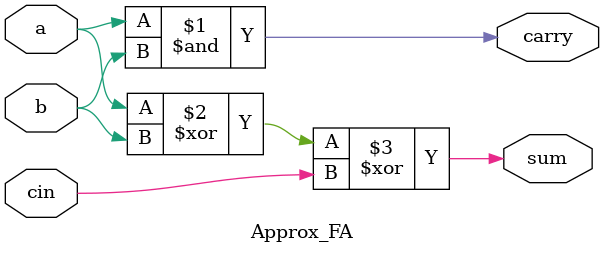
<source format=v>


module Approx_FA (output carry, output sum, input a, input b, input cin);

    // instantiating sum and carry primitives
    assign carry = (a & b);
    assign sum = (a ^ b ^ cin);
endmodule


// primitive carryOut (output Cout, input A, input B, input Cin);

//     // Truth Table for approximate carry out
//     table
//       // A B Cin    Cout
//          1 1  ?   :  1  ;
//          1 0  ?   :  0  ;
//          0 1  ?   :  0  ;
//          0 0  ?   :  0  ;
//     endtable
// endprimitive

// primitive sumOut (output sum, input A, input B, input Cin);

//     // Truth Table for sum
//     table
//       // A B Cin    sum
//          1 1  1   :  1  ;
//          1 0  0   :  1  ;
//          0 1  0   :  1  ;
//          0 0  1   :  1  ;
//          0 0  0   :  0  ;
//          0 1  1   :  0  ;
//          1 0  1   :  0  ;
//          1 1  0   :  0  ;
//     endtable
// endprimitive

// module FA(output Cout, output sum, input A, input B, input Cin);

//     // instantiating sum and carry primitives
//     sumOut s(sum, A, B, Cin);
//     carryOut co(Cout, A, B, Cin);
// endmodule


</source>
